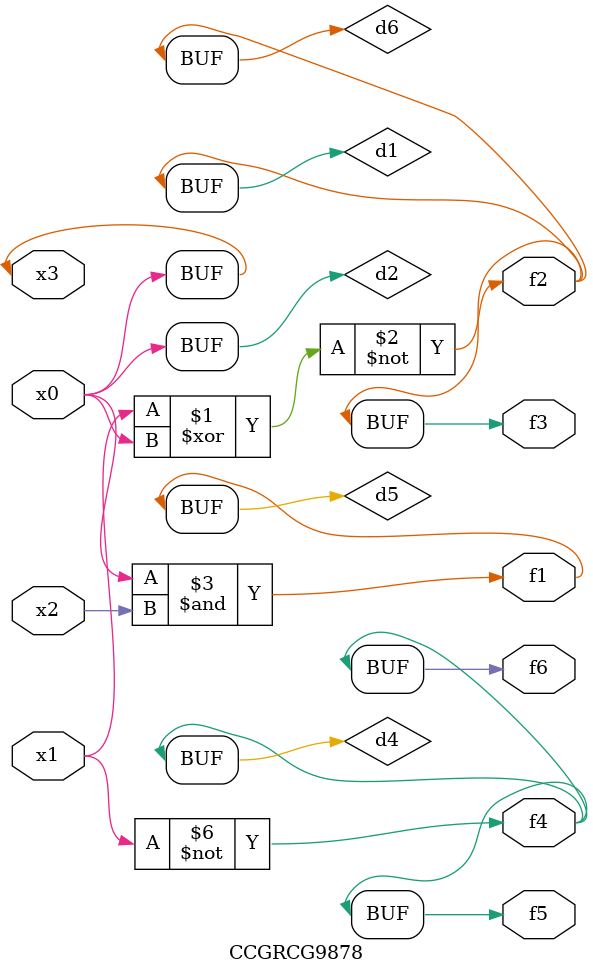
<source format=v>
module CCGRCG9878(
	input x0, x1, x2, x3,
	output f1, f2, f3, f4, f5, f6
);

	wire d1, d2, d3, d4, d5, d6;

	xnor (d1, x1, x3);
	buf (d2, x0, x3);
	nand (d3, x0, x2);
	not (d4, x1);
	nand (d5, d3);
	or (d6, d1);
	assign f1 = d5;
	assign f2 = d6;
	assign f3 = d6;
	assign f4 = d4;
	assign f5 = d4;
	assign f6 = d4;
endmodule

</source>
